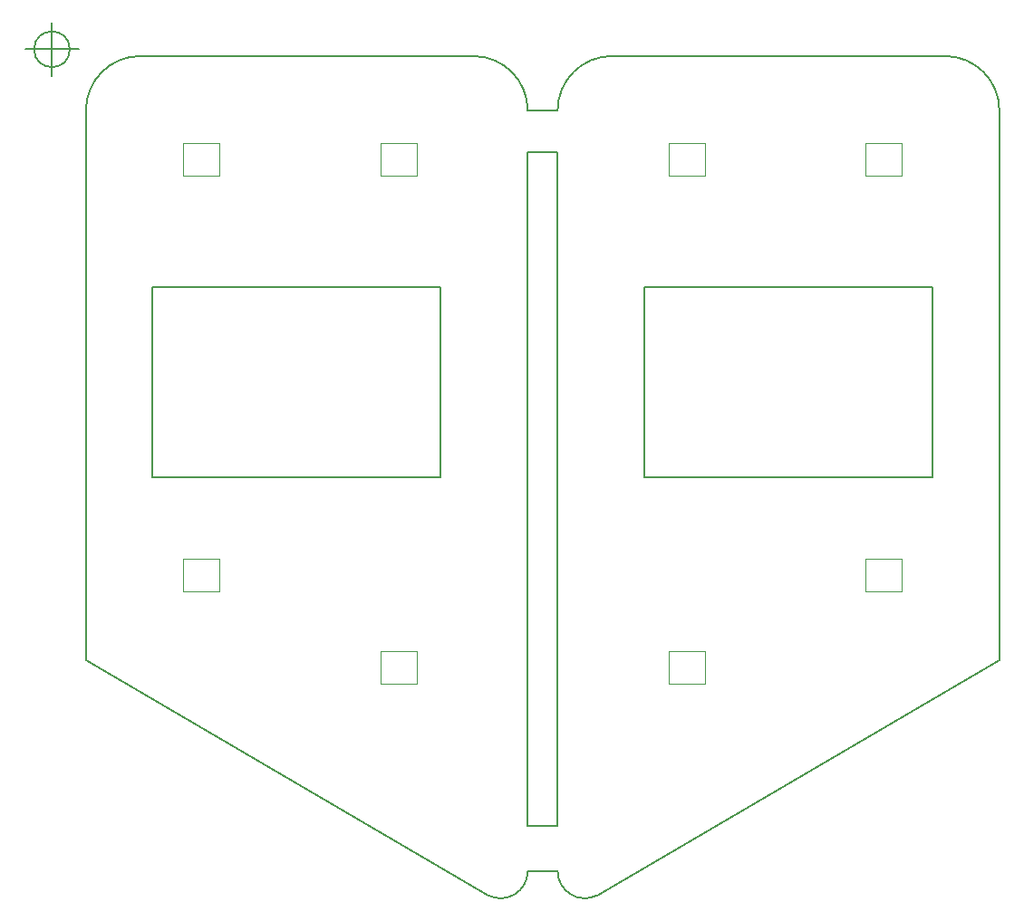
<source format=gm1>
G04 #@! TF.GenerationSoftware,KiCad,Pcbnew,5.1.5+dfsg1-2build2*
G04 #@! TF.CreationDate,2020-09-22T17:53:16+09:00*
G04 #@! TF.ProjectId,shield,73686965-6c64-42e6-9b69-6361645f7063,rev?*
G04 #@! TF.SameCoordinates,Original*
G04 #@! TF.FileFunction,Profile,NP*
%FSLAX46Y46*%
G04 Gerber Fmt 4.6, Leading zero omitted, Abs format (unit mm)*
G04 Created by KiCad (PCBNEW 5.1.5+dfsg1-2build2) date 2020-09-22 17:53:16*
%MOMM*%
%LPD*%
G04 APERTURE LIST*
%ADD10C,0.150000*%
%ADD11C,0.120000*%
G04 APERTURE END LIST*
D10*
X56515000Y-84709000D02*
X59309000Y-84709000D01*
X56515000Y-88900000D02*
X59309000Y-88900000D01*
X56515000Y-21717000D02*
X59309000Y-21717000D01*
X56515000Y-17780000D02*
X59309000Y-17780000D01*
X48387000Y-52070000D02*
X21463000Y-52070000D01*
X21463000Y-52070000D02*
X21463000Y-34290000D01*
X48387000Y-34290000D02*
X48387000Y-52070000D01*
X21463000Y-34290000D02*
X48387000Y-34290000D01*
X15240000Y-69215000D02*
X15240000Y-17780000D01*
X52839077Y-91171845D02*
X15240000Y-69215000D01*
X56515000Y-84709000D02*
X56515000Y-21717000D01*
X52839077Y-91171845D02*
G75*
G03X56515000Y-88900000I1135923J2271845D01*
G01*
X51435000Y-12700000D02*
G75*
G02X56515000Y-17780000I0J-5080000D01*
G01*
X15240000Y-17780000D02*
G75*
G02X20320000Y-12700000I5080000J0D01*
G01*
X20320000Y-12700000D02*
X51435000Y-12700000D01*
X94361000Y-34290000D02*
X67437000Y-34290000D01*
X94361000Y-52070000D02*
X94361000Y-34290000D01*
X67437000Y-52070000D02*
X94361000Y-52070000D01*
X67437000Y-34290000D02*
X67437000Y-52070000D01*
X62984923Y-91171845D02*
G75*
G02X59309000Y-88900000I-1135923J2271845D01*
G01*
X64389000Y-12700000D02*
X95504000Y-12700000D01*
X100584000Y-69215000D02*
X100584000Y-17780000D01*
X95504000Y-12700000D02*
G75*
G02X100584000Y-17780000I0J-5080000D01*
G01*
X59309000Y-17780000D02*
G75*
G02X64389000Y-12700000I5080000J0D01*
G01*
X13731666Y-12065000D02*
G75*
G03X13731666Y-12065000I-1666666J0D01*
G01*
X9565000Y-12065000D02*
X14565000Y-12065000D01*
X12065000Y-9565000D02*
X12065000Y-14565000D01*
X59309000Y-84709000D02*
X59309000Y-21717000D01*
X100584000Y-69215000D02*
X62984923Y-91171845D01*
D11*
X24335000Y-59714000D02*
X27735000Y-59714000D01*
X24335000Y-62714000D02*
X24335000Y-59714000D01*
X27735000Y-62714000D02*
X24335000Y-62714000D01*
X27735000Y-59714000D02*
X27735000Y-62714000D01*
X24335000Y-20852000D02*
X27735000Y-20852000D01*
X24335000Y-23852000D02*
X24335000Y-20852000D01*
X27735000Y-23852000D02*
X24335000Y-23852000D01*
X27735000Y-20852000D02*
X27735000Y-23852000D01*
X42750000Y-68350000D02*
X46150000Y-68350000D01*
X42750000Y-71350000D02*
X42750000Y-68350000D01*
X46150000Y-71350000D02*
X42750000Y-71350000D01*
X46150000Y-68350000D02*
X46150000Y-71350000D01*
X42750000Y-20852000D02*
X46150000Y-20852000D01*
X42750000Y-23852000D02*
X42750000Y-20852000D01*
X46150000Y-23852000D02*
X42750000Y-23852000D01*
X46150000Y-20852000D02*
X46150000Y-23852000D01*
X88089000Y-62714000D02*
X88089000Y-59714000D01*
X88089000Y-59714000D02*
X91489000Y-59714000D01*
X91489000Y-59714000D02*
X91489000Y-62714000D01*
X91489000Y-62714000D02*
X88089000Y-62714000D01*
X69674000Y-71350000D02*
X69674000Y-68350000D01*
X69674000Y-68350000D02*
X73074000Y-68350000D01*
X73074000Y-68350000D02*
X73074000Y-71350000D01*
X73074000Y-71350000D02*
X69674000Y-71350000D01*
X88089000Y-23852000D02*
X88089000Y-20852000D01*
X88089000Y-20852000D02*
X91489000Y-20852000D01*
X91489000Y-20852000D02*
X91489000Y-23852000D01*
X91489000Y-23852000D02*
X88089000Y-23852000D01*
X69674000Y-23852000D02*
X69674000Y-20852000D01*
X69674000Y-20852000D02*
X73074000Y-20852000D01*
X73074000Y-20852000D02*
X73074000Y-23852000D01*
X73074000Y-23852000D02*
X69674000Y-23852000D01*
M02*

</source>
